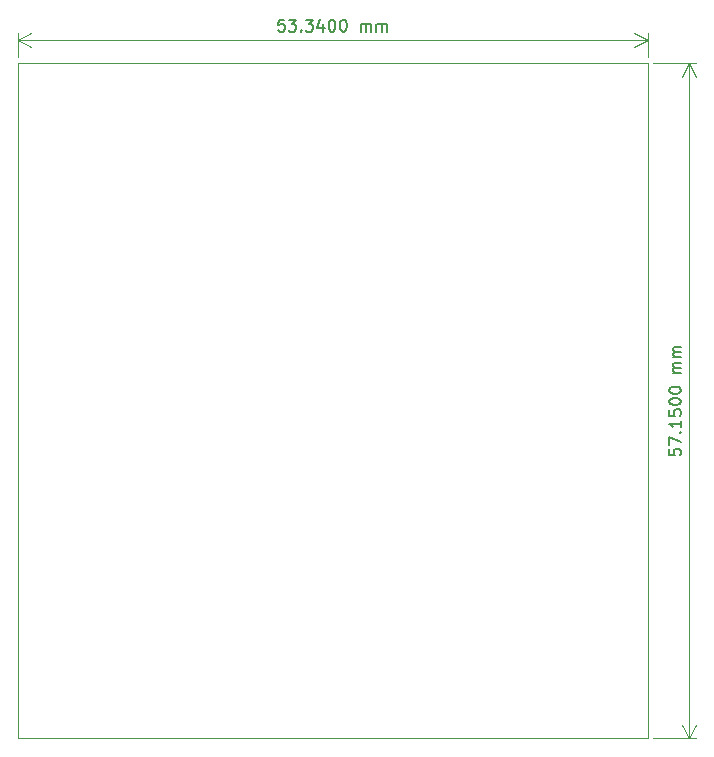
<source format=gbr>
%TF.GenerationSoftware,KiCad,Pcbnew,7.0.7*%
%TF.CreationDate,2023-09-12T23:40:55-05:00*%
%TF.ProjectId,Temps_South,54656d70-735f-4536-9f75-74682e6b6963,B*%
%TF.SameCoordinates,Original*%
%TF.FileFunction,Profile,NP*%
%FSLAX46Y46*%
G04 Gerber Fmt 4.6, Leading zero omitted, Abs format (unit mm)*
G04 Created by KiCad (PCBNEW 7.0.7) date 2023-09-12 23:40:55*
%MOMM*%
%LPD*%
G01*
G04 APERTURE LIST*
%ADD10C,0.150000*%
%TA.AperFunction,Profile*%
%ADD11C,0.100000*%
%TD*%
G04 APERTURE END LIST*
D10*
X114014762Y-43292420D02*
X113538572Y-43292420D01*
X113538572Y-43292420D02*
X113490953Y-43768610D01*
X113490953Y-43768610D02*
X113538572Y-43720991D01*
X113538572Y-43720991D02*
X113633810Y-43673372D01*
X113633810Y-43673372D02*
X113871905Y-43673372D01*
X113871905Y-43673372D02*
X113967143Y-43720991D01*
X113967143Y-43720991D02*
X114014762Y-43768610D01*
X114014762Y-43768610D02*
X114062381Y-43863848D01*
X114062381Y-43863848D02*
X114062381Y-44101943D01*
X114062381Y-44101943D02*
X114014762Y-44197181D01*
X114014762Y-44197181D02*
X113967143Y-44244801D01*
X113967143Y-44244801D02*
X113871905Y-44292420D01*
X113871905Y-44292420D02*
X113633810Y-44292420D01*
X113633810Y-44292420D02*
X113538572Y-44244801D01*
X113538572Y-44244801D02*
X113490953Y-44197181D01*
X114395715Y-43292420D02*
X115014762Y-43292420D01*
X115014762Y-43292420D02*
X114681429Y-43673372D01*
X114681429Y-43673372D02*
X114824286Y-43673372D01*
X114824286Y-43673372D02*
X114919524Y-43720991D01*
X114919524Y-43720991D02*
X114967143Y-43768610D01*
X114967143Y-43768610D02*
X115014762Y-43863848D01*
X115014762Y-43863848D02*
X115014762Y-44101943D01*
X115014762Y-44101943D02*
X114967143Y-44197181D01*
X114967143Y-44197181D02*
X114919524Y-44244801D01*
X114919524Y-44244801D02*
X114824286Y-44292420D01*
X114824286Y-44292420D02*
X114538572Y-44292420D01*
X114538572Y-44292420D02*
X114443334Y-44244801D01*
X114443334Y-44244801D02*
X114395715Y-44197181D01*
X115443334Y-44197181D02*
X115490953Y-44244801D01*
X115490953Y-44244801D02*
X115443334Y-44292420D01*
X115443334Y-44292420D02*
X115395715Y-44244801D01*
X115395715Y-44244801D02*
X115443334Y-44197181D01*
X115443334Y-44197181D02*
X115443334Y-44292420D01*
X115824286Y-43292420D02*
X116443333Y-43292420D01*
X116443333Y-43292420D02*
X116110000Y-43673372D01*
X116110000Y-43673372D02*
X116252857Y-43673372D01*
X116252857Y-43673372D02*
X116348095Y-43720991D01*
X116348095Y-43720991D02*
X116395714Y-43768610D01*
X116395714Y-43768610D02*
X116443333Y-43863848D01*
X116443333Y-43863848D02*
X116443333Y-44101943D01*
X116443333Y-44101943D02*
X116395714Y-44197181D01*
X116395714Y-44197181D02*
X116348095Y-44244801D01*
X116348095Y-44244801D02*
X116252857Y-44292420D01*
X116252857Y-44292420D02*
X115967143Y-44292420D01*
X115967143Y-44292420D02*
X115871905Y-44244801D01*
X115871905Y-44244801D02*
X115824286Y-44197181D01*
X117300476Y-43625753D02*
X117300476Y-44292420D01*
X117062381Y-43244801D02*
X116824286Y-43959086D01*
X116824286Y-43959086D02*
X117443333Y-43959086D01*
X118014762Y-43292420D02*
X118110000Y-43292420D01*
X118110000Y-43292420D02*
X118205238Y-43340039D01*
X118205238Y-43340039D02*
X118252857Y-43387658D01*
X118252857Y-43387658D02*
X118300476Y-43482896D01*
X118300476Y-43482896D02*
X118348095Y-43673372D01*
X118348095Y-43673372D02*
X118348095Y-43911467D01*
X118348095Y-43911467D02*
X118300476Y-44101943D01*
X118300476Y-44101943D02*
X118252857Y-44197181D01*
X118252857Y-44197181D02*
X118205238Y-44244801D01*
X118205238Y-44244801D02*
X118110000Y-44292420D01*
X118110000Y-44292420D02*
X118014762Y-44292420D01*
X118014762Y-44292420D02*
X117919524Y-44244801D01*
X117919524Y-44244801D02*
X117871905Y-44197181D01*
X117871905Y-44197181D02*
X117824286Y-44101943D01*
X117824286Y-44101943D02*
X117776667Y-43911467D01*
X117776667Y-43911467D02*
X117776667Y-43673372D01*
X117776667Y-43673372D02*
X117824286Y-43482896D01*
X117824286Y-43482896D02*
X117871905Y-43387658D01*
X117871905Y-43387658D02*
X117919524Y-43340039D01*
X117919524Y-43340039D02*
X118014762Y-43292420D01*
X118967143Y-43292420D02*
X119062381Y-43292420D01*
X119062381Y-43292420D02*
X119157619Y-43340039D01*
X119157619Y-43340039D02*
X119205238Y-43387658D01*
X119205238Y-43387658D02*
X119252857Y-43482896D01*
X119252857Y-43482896D02*
X119300476Y-43673372D01*
X119300476Y-43673372D02*
X119300476Y-43911467D01*
X119300476Y-43911467D02*
X119252857Y-44101943D01*
X119252857Y-44101943D02*
X119205238Y-44197181D01*
X119205238Y-44197181D02*
X119157619Y-44244801D01*
X119157619Y-44244801D02*
X119062381Y-44292420D01*
X119062381Y-44292420D02*
X118967143Y-44292420D01*
X118967143Y-44292420D02*
X118871905Y-44244801D01*
X118871905Y-44244801D02*
X118824286Y-44197181D01*
X118824286Y-44197181D02*
X118776667Y-44101943D01*
X118776667Y-44101943D02*
X118729048Y-43911467D01*
X118729048Y-43911467D02*
X118729048Y-43673372D01*
X118729048Y-43673372D02*
X118776667Y-43482896D01*
X118776667Y-43482896D02*
X118824286Y-43387658D01*
X118824286Y-43387658D02*
X118871905Y-43340039D01*
X118871905Y-43340039D02*
X118967143Y-43292420D01*
X120490953Y-44292420D02*
X120490953Y-43625753D01*
X120490953Y-43720991D02*
X120538572Y-43673372D01*
X120538572Y-43673372D02*
X120633810Y-43625753D01*
X120633810Y-43625753D02*
X120776667Y-43625753D01*
X120776667Y-43625753D02*
X120871905Y-43673372D01*
X120871905Y-43673372D02*
X120919524Y-43768610D01*
X120919524Y-43768610D02*
X120919524Y-44292420D01*
X120919524Y-43768610D02*
X120967143Y-43673372D01*
X120967143Y-43673372D02*
X121062381Y-43625753D01*
X121062381Y-43625753D02*
X121205238Y-43625753D01*
X121205238Y-43625753D02*
X121300477Y-43673372D01*
X121300477Y-43673372D02*
X121348096Y-43768610D01*
X121348096Y-43768610D02*
X121348096Y-44292420D01*
X121824286Y-44292420D02*
X121824286Y-43625753D01*
X121824286Y-43720991D02*
X121871905Y-43673372D01*
X121871905Y-43673372D02*
X121967143Y-43625753D01*
X121967143Y-43625753D02*
X122110000Y-43625753D01*
X122110000Y-43625753D02*
X122205238Y-43673372D01*
X122205238Y-43673372D02*
X122252857Y-43768610D01*
X122252857Y-43768610D02*
X122252857Y-44292420D01*
X122252857Y-43768610D02*
X122300476Y-43673372D01*
X122300476Y-43673372D02*
X122395714Y-43625753D01*
X122395714Y-43625753D02*
X122538571Y-43625753D01*
X122538571Y-43625753D02*
X122633810Y-43673372D01*
X122633810Y-43673372D02*
X122681429Y-43768610D01*
X122681429Y-43768610D02*
X122681429Y-44292420D01*
D11*
X144780000Y-46490000D02*
X144780000Y-44401181D01*
X91440000Y-46490000D02*
X91440000Y-44401181D01*
X144780000Y-44987601D02*
X91440000Y-44987601D01*
X144780000Y-44987601D02*
X91440000Y-44987601D01*
X144780000Y-44987601D02*
X143653496Y-45574022D01*
X144780000Y-44987601D02*
X143653496Y-44401180D01*
X91440000Y-44987601D02*
X92566504Y-44401180D01*
X91440000Y-44987601D02*
X92566504Y-45574022D01*
D10*
X146612219Y-79660237D02*
X146612219Y-80136427D01*
X146612219Y-80136427D02*
X147088409Y-80184046D01*
X147088409Y-80184046D02*
X147040790Y-80136427D01*
X147040790Y-80136427D02*
X146993171Y-80041189D01*
X146993171Y-80041189D02*
X146993171Y-79803094D01*
X146993171Y-79803094D02*
X147040790Y-79707856D01*
X147040790Y-79707856D02*
X147088409Y-79660237D01*
X147088409Y-79660237D02*
X147183647Y-79612618D01*
X147183647Y-79612618D02*
X147421742Y-79612618D01*
X147421742Y-79612618D02*
X147516980Y-79660237D01*
X147516980Y-79660237D02*
X147564600Y-79707856D01*
X147564600Y-79707856D02*
X147612219Y-79803094D01*
X147612219Y-79803094D02*
X147612219Y-80041189D01*
X147612219Y-80041189D02*
X147564600Y-80136427D01*
X147564600Y-80136427D02*
X147516980Y-80184046D01*
X146612219Y-79279284D02*
X146612219Y-78612618D01*
X146612219Y-78612618D02*
X147612219Y-79041189D01*
X147516980Y-78231665D02*
X147564600Y-78184046D01*
X147564600Y-78184046D02*
X147612219Y-78231665D01*
X147612219Y-78231665D02*
X147564600Y-78279284D01*
X147564600Y-78279284D02*
X147516980Y-78231665D01*
X147516980Y-78231665D02*
X147612219Y-78231665D01*
X147612219Y-77231666D02*
X147612219Y-77803094D01*
X147612219Y-77517380D02*
X146612219Y-77517380D01*
X146612219Y-77517380D02*
X146755076Y-77612618D01*
X146755076Y-77612618D02*
X146850314Y-77707856D01*
X146850314Y-77707856D02*
X146897933Y-77803094D01*
X146612219Y-76326904D02*
X146612219Y-76803094D01*
X146612219Y-76803094D02*
X147088409Y-76850713D01*
X147088409Y-76850713D02*
X147040790Y-76803094D01*
X147040790Y-76803094D02*
X146993171Y-76707856D01*
X146993171Y-76707856D02*
X146993171Y-76469761D01*
X146993171Y-76469761D02*
X147040790Y-76374523D01*
X147040790Y-76374523D02*
X147088409Y-76326904D01*
X147088409Y-76326904D02*
X147183647Y-76279285D01*
X147183647Y-76279285D02*
X147421742Y-76279285D01*
X147421742Y-76279285D02*
X147516980Y-76326904D01*
X147516980Y-76326904D02*
X147564600Y-76374523D01*
X147564600Y-76374523D02*
X147612219Y-76469761D01*
X147612219Y-76469761D02*
X147612219Y-76707856D01*
X147612219Y-76707856D02*
X147564600Y-76803094D01*
X147564600Y-76803094D02*
X147516980Y-76850713D01*
X146612219Y-75660237D02*
X146612219Y-75564999D01*
X146612219Y-75564999D02*
X146659838Y-75469761D01*
X146659838Y-75469761D02*
X146707457Y-75422142D01*
X146707457Y-75422142D02*
X146802695Y-75374523D01*
X146802695Y-75374523D02*
X146993171Y-75326904D01*
X146993171Y-75326904D02*
X147231266Y-75326904D01*
X147231266Y-75326904D02*
X147421742Y-75374523D01*
X147421742Y-75374523D02*
X147516980Y-75422142D01*
X147516980Y-75422142D02*
X147564600Y-75469761D01*
X147564600Y-75469761D02*
X147612219Y-75564999D01*
X147612219Y-75564999D02*
X147612219Y-75660237D01*
X147612219Y-75660237D02*
X147564600Y-75755475D01*
X147564600Y-75755475D02*
X147516980Y-75803094D01*
X147516980Y-75803094D02*
X147421742Y-75850713D01*
X147421742Y-75850713D02*
X147231266Y-75898332D01*
X147231266Y-75898332D02*
X146993171Y-75898332D01*
X146993171Y-75898332D02*
X146802695Y-75850713D01*
X146802695Y-75850713D02*
X146707457Y-75803094D01*
X146707457Y-75803094D02*
X146659838Y-75755475D01*
X146659838Y-75755475D02*
X146612219Y-75660237D01*
X146612219Y-74707856D02*
X146612219Y-74612618D01*
X146612219Y-74612618D02*
X146659838Y-74517380D01*
X146659838Y-74517380D02*
X146707457Y-74469761D01*
X146707457Y-74469761D02*
X146802695Y-74422142D01*
X146802695Y-74422142D02*
X146993171Y-74374523D01*
X146993171Y-74374523D02*
X147231266Y-74374523D01*
X147231266Y-74374523D02*
X147421742Y-74422142D01*
X147421742Y-74422142D02*
X147516980Y-74469761D01*
X147516980Y-74469761D02*
X147564600Y-74517380D01*
X147564600Y-74517380D02*
X147612219Y-74612618D01*
X147612219Y-74612618D02*
X147612219Y-74707856D01*
X147612219Y-74707856D02*
X147564600Y-74803094D01*
X147564600Y-74803094D02*
X147516980Y-74850713D01*
X147516980Y-74850713D02*
X147421742Y-74898332D01*
X147421742Y-74898332D02*
X147231266Y-74945951D01*
X147231266Y-74945951D02*
X146993171Y-74945951D01*
X146993171Y-74945951D02*
X146802695Y-74898332D01*
X146802695Y-74898332D02*
X146707457Y-74850713D01*
X146707457Y-74850713D02*
X146659838Y-74803094D01*
X146659838Y-74803094D02*
X146612219Y-74707856D01*
X147612219Y-73184046D02*
X146945552Y-73184046D01*
X147040790Y-73184046D02*
X146993171Y-73136427D01*
X146993171Y-73136427D02*
X146945552Y-73041189D01*
X146945552Y-73041189D02*
X146945552Y-72898332D01*
X146945552Y-72898332D02*
X146993171Y-72803094D01*
X146993171Y-72803094D02*
X147088409Y-72755475D01*
X147088409Y-72755475D02*
X147612219Y-72755475D01*
X147088409Y-72755475D02*
X146993171Y-72707856D01*
X146993171Y-72707856D02*
X146945552Y-72612618D01*
X146945552Y-72612618D02*
X146945552Y-72469761D01*
X146945552Y-72469761D02*
X146993171Y-72374522D01*
X146993171Y-72374522D02*
X147088409Y-72326903D01*
X147088409Y-72326903D02*
X147612219Y-72326903D01*
X147612219Y-71850713D02*
X146945552Y-71850713D01*
X147040790Y-71850713D02*
X146993171Y-71803094D01*
X146993171Y-71803094D02*
X146945552Y-71707856D01*
X146945552Y-71707856D02*
X146945552Y-71564999D01*
X146945552Y-71564999D02*
X146993171Y-71469761D01*
X146993171Y-71469761D02*
X147088409Y-71422142D01*
X147088409Y-71422142D02*
X147612219Y-71422142D01*
X147088409Y-71422142D02*
X146993171Y-71374523D01*
X146993171Y-71374523D02*
X146945552Y-71279285D01*
X146945552Y-71279285D02*
X146945552Y-71136428D01*
X146945552Y-71136428D02*
X146993171Y-71041189D01*
X146993171Y-71041189D02*
X147088409Y-70993570D01*
X147088409Y-70993570D02*
X147612219Y-70993570D01*
D11*
X145280000Y-104140000D02*
X148893820Y-104140000D01*
X145280000Y-46990000D02*
X148893820Y-46990000D01*
X148307400Y-104140000D02*
X148307400Y-46990000D01*
X148307400Y-104140000D02*
X148307400Y-46990000D01*
X148307400Y-104140000D02*
X147720979Y-103013496D01*
X148307400Y-104140000D02*
X148893821Y-103013496D01*
X148307400Y-46990000D02*
X148893821Y-48116504D01*
X148307400Y-46990000D02*
X147720979Y-48116504D01*
X91440000Y-46990000D02*
X144780000Y-46990000D01*
X144780000Y-104140000D01*
X91440000Y-104140000D01*
X91440000Y-46990000D01*
M02*

</source>
